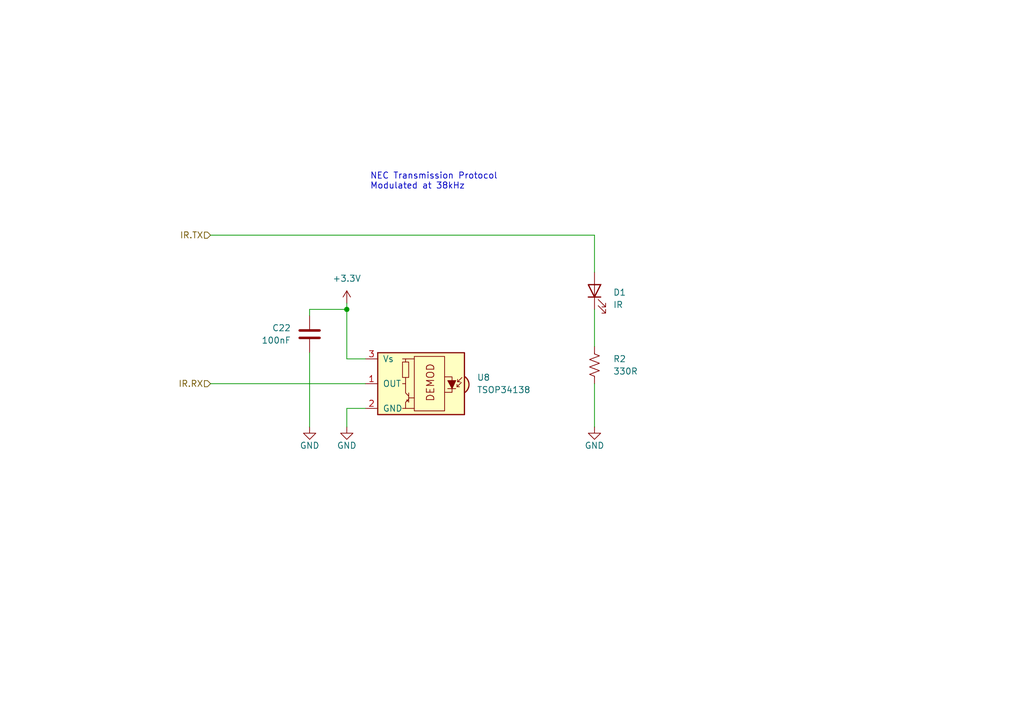
<source format=kicad_sch>
(kicad_sch (version 20250114) (generator "eeschema") (generator_version "9.0")
  (paper "A5")
  (title_block (rev "A") (company "George Sleen"))
  (lib_symbols
    (symbol "Device:C" (pin_numbers (hide yes)) (pin_names (offset 0.254))
      (property "Reference" "C" (at 0.635 2.54 0))
      (property "Value" "C" (at 0.635 -2.54 0))
      (symbol "C_0_1"
        (polyline (pts (xy -2.032 0.762) (xy 2.032 0.762)) (stroke (width 0.508)))
        (polyline (pts (xy -2.032 -0.762) (xy 2.032 -0.762)) (stroke (width 0.508)))
      )
      (symbol "C_1_1"
        (pin passive line (at 0 3.81 270) (length 2.794) (name "~") (number "1"))
        (pin passive line (at 0 -3.81 90) (length 2.794) (name "~") (number "2"))
      )
    )
    (symbol "Device:LED" (pin_numbers (hide yes)) (pin_names (offset 1.016) (hide yes))
      (property "Reference" "D" (at 0 2.54 0))
      (property "Value" "LED" (at 0 -2.54 0))
      (symbol "LED_0_1"
        (polyline (pts (xy -3.048 -0.762) (xy -4.572 -2.286) (xy -3.81 -2.286) (xy -4.572 -2.286) (xy -4.572 -1.524)))
        (polyline (pts (xy -1.778 -0.762) (xy -3.302 -2.286) (xy -2.54 -2.286) (xy -3.302 -2.286) (xy -3.302 -1.524)))
        (polyline (pts (xy -1.27 0) (xy 1.27 0)))
        (polyline (pts (xy -1.27 -1.27) (xy -1.27 1.27)) (stroke (width 0.254)))
        (polyline (pts (xy 1.27 -1.27) (xy 1.27 1.27) (xy -1.27 0) (xy 1.27 -1.27)) (stroke (width 0.254)))
      )
      (symbol "LED_1_1"
        (pin passive line (at -3.81 0 0) (length 2.54) (name "K") (number "1"))
        (pin passive line (at 3.81 0 180) (length 2.54) (name "A") (number "2"))
      )
    )
    (symbol "Device:R_US" (pin_numbers (hide yes)) (pin_names (offset 0))
      (property "Reference" "R" (at 2.54 0 90))
      (property "Value" "R_US" (at -2.54 0 90))
      (symbol "R_US_0_1"
        (polyline (pts (xy 0 2.286) (xy 0 2.54)))
        (polyline (pts (xy 0 2.286) (xy 1.016 1.905) (xy 0 1.524) (xy -1.016 1.143) (xy 0 0.762)))
        (polyline (pts (xy 0 0.762) (xy 1.016 0.381) (xy 0 0) (xy -1.016 -0.381) (xy 0 -0.762)))
        (polyline (pts (xy 0 -0.762) (xy 1.016 -1.143) (xy 0 -1.524) (xy -1.016 -1.905) (xy 0 -2.286)))
        (polyline (pts (xy 0 -2.286) (xy 0 -2.54)))
      )
      (symbol "R_US_1_1"
        (pin passive line (at 0 3.81 270) (length 1.27) (name "~") (number "1"))
        (pin passive line (at 0 -3.81 90) (length 1.27) (name "~") (number "2"))
      )
    )
    (symbol "Interface_Optical:TSOP341xx" (pin_names (offset 1.016))
      (property "Reference" "U" (at -10.16 7.62 0))
      (property "Value" "TSOP341xx" (at -10.16 -7.62 0))
      (symbol "TSOP341xx_0_0"
        (arc (start -10.287 -1.778) (mid -11.0899 -0.1905) (end -10.287 1.397) (stroke (width 0.254)) (fill (type background)))
        (polyline (pts (xy 1.905 5.08) (xy 0.127 5.08)))
        (polyline (pts (xy 1.905 -5.08) (xy 0.127 -5.08)))
        (text "DEMOD" (at -3.175 0.254 900) (effects (font (size 1.524 1.524))))
      )
      (symbol "TSOP341xx_0_1"
        (polyline (pts (xy -8.763 0.381) (xy -9.652 1.27)))
        (polyline (pts (xy -8.763 0.381) (xy -9.271 0.381)))
        (polyline (pts (xy -8.763 0.381) (xy -8.763 0.889)))
        (polyline (pts (xy -8.636 -0.635) (xy -9.525 0.254)))
        (polyline (pts (xy -8.636 -0.635) (xy -9.144 -0.635)))
        (polyline (pts (xy -8.636 -0.635) (xy -8.636 -0.127)))
        (polyline (pts (xy -8.382 0.635) (xy -6.731 0.635) (xy -7.62 -1.016) (xy -8.382 0.635)) (fill (type outline)))
        (polyline (pts (xy -8.382 -1.016) (xy -6.731 -1.016)))
        (rectangle (start -6.096 5.588) (end 0.127 -5.588))
        (polyline (pts (xy -6.096 1.397) (xy -7.62 1.397) (xy -7.62 -1.778) (xy -6.096 -1.778)))
        (polyline (pts (xy 1.27 -1.905) (xy 1.27 -3.81)))
        (polyline (pts (xy 1.27 -2.54) (xy 1.905 -1.905) (xy 1.905 0) (xy 2.54 0)))
        (polyline (pts (xy 1.27 -2.921) (xy 0.127 -2.921)))
        (polyline (pts (xy 1.27 -3.175) (xy 1.905 -3.81) (xy 1.905 -5.08) (xy 2.54 -5.08)))
        (polyline (pts (xy 1.397 -3.556) (xy 1.524 -3.556)))
        (polyline (pts (xy 1.651 -3.556) (xy 1.524 -3.556)))
        (polyline (pts (xy 1.651 -3.556) (xy 1.651 -3.302)))
        (polyline (pts (xy 1.905 4.445) (xy 1.905 5.08) (xy 2.54 5.08)))
        (polyline (pts (xy 1.905 0) (xy 1.905 1.27)))
        (rectangle (start 2.54 1.27) (end 1.27 4.445))
        (rectangle (start 7.62 6.35) (end -10.16 -6.35) (stroke (width 0.254)) (fill (type background)))
      )
      (symbol "TSOP341xx_1_1"
        (pin power_in line (at 10.16 5.08 180) (length 2.54) (name "Vs") (number "3"))
        (pin output line (at 10.16 0 180) (length 2.54) (name "OUT") (number "1"))
        (pin power_in line (at 10.16 -5.08 180) (length 2.54) (name "GND") (number "2"))
      )
    )
    (symbol "power:+3.3V" (power) (pin_numbers (hide yes)) (pin_names (offset 0) (hide yes))
      (property "Value" "+3.3V" (at 0 3.556 0))
      (symbol "+3.3V_0_1"
        (polyline (pts (xy -0.762 1.27) (xy 0 2.54)))
        (polyline (pts (xy 0 2.54) (xy 0.762 1.27)))
        (polyline (pts (xy 0 0) (xy 0 2.54)))
      )
      (symbol "+3.3V_1_1"
        (pin power_in line (at 0 0 90) (length 0) (name "~") (number "1"))
      )
    )
    (symbol "power:GND" (power) (pin_numbers (hide yes)) (pin_names (offset 0) (hide yes))
      (property "Value" "GND" (at 0 -3.81 0))
      (symbol "GND_0_1"
        (polyline (pts (xy 0 0) (xy 0 -1.27) (xy 1.27 -1.27) (xy 0 -2.54) (xy -1.27 -1.27) (xy 0 -1.27)))
      )
      (symbol "GND_1_1"
        (pin power_in line (at 0 0 270) (length 0) (name "~") (number "1"))
      )
    )
  )
  (text_box "NEC Transmission Protocol\nModulated at 38kHz" (at 74.93 34.29 0) (size 35.56 7.62) (margins 0.9525 0.9525 0.9525 0.9525) (stroke (width -0.0001)) (effects (font (size 1.27 1.27)) (justify left top)))
  (junction (at 71.12 63.5))
  (wire (pts (xy 71.12 83.82) (xy 74.93 83.82)))
  (wire (pts (xy 71.12 87.63) (xy 71.12 83.82)))
  (wire (pts (xy 63.5 63.5) (xy 71.12 63.5)))
  (wire (pts (xy 63.5 72.39) (xy 63.5 87.63)))
  (wire (pts (xy 71.12 62.23) (xy 71.12 63.5)))
  (wire (pts (xy 71.12 63.5) (xy 71.12 73.66)))
  (wire (pts (xy 43.18 48.26) (xy 121.92 48.26)))
  (wire (pts (xy 43.18 78.74) (xy 74.93 78.74)))
  (wire (pts (xy 71.12 73.66) (xy 74.93 73.66)))
  (wire (pts (xy 63.5 63.5) (xy 63.5 64.77)))
  (wire (pts (xy 121.92 71.12) (xy 121.92 63.5)))
  (wire (pts (xy 121.92 87.63) (xy 121.92 78.74)))
  (wire (pts (xy 121.92 48.26) (xy 121.92 55.88)))
  (hierarchical_label "IR.RX" (shape input) (at 43.18 78.74 180))
  (hierarchical_label "IR.TX" (shape input) (at 43.18 48.26 180))
  (symbol (lib_id "power:GND") (at 71.12 87.63 0) (unit 1)
    (property "Reference" "#PWR073" (effects (hide yes)))
    (property "Value" "GND" (at 71.12 91.44 0))
    (property "Description" "Power symbol creates a global label with name \"GND\" , ground" (effects (hide yes)))
  )
  (symbol (lib_id "power:+3.3V") (at 71.12 62.23 0) (unit 1)
    (property "Reference" "#PWR071" (effects (hide yes)))
    (property "Value" "+3.3V" (at 71.12 57.15 0))
    (property "Description" "Power symbol creates a global label with name \"+3.3V\"" (effects (hide yes)))
  )
  (symbol (lib_id "Interface_Optical:TSOP341xx") (at 85.09 78.74 0) (mirror y) (unit 1)
    (property "Reference" "U8" (at 97.79 77.4699 0) (effects (justify right)))
    (property "Value" "TSOP34138" (at 97.79 80.0099 0) (effects (justify right)))
    (property "Footprint" "OptoDevice:Vishay_MOLD-3Pin" (effects (hide yes)))
    (property "Datasheet" "https://www.lcsc.com/datasheet/lcsc_datasheet_2410121755_Vishay-Intertech-TSOP34138_C118303.pdf" (effects (hide yes)))
    (property "Description" "IR Receiver Modules for Remote Control Systems" (effects (hide yes)))
    (property "LCSC ID" "C118303" (effects (hide yes)))
  )
  (symbol (lib_id "power:GND") (at 121.92 87.63 0) (unit 1)
    (property "Reference" "#PWR074" (effects (hide yes)))
    (property "Value" "GND" (at 121.92 91.44 0))
    (property "Description" "Power symbol creates a global label with name \"GND\" , ground" (effects (hide yes)))
  )
  (symbol (lib_id "Device:LED") (at 121.92 59.69 90) (unit 1)
    (property "Reference" "D1" (at 125.73 60.0074 90) (effects (justify right)))
    (property "Value" "IR" (at 125.73 62.5474 90) (effects (justify right)))
    (property "Footprint" "LED_THT:LED_SideEmitter_Rectangular_W4.5mm_H1.6mm" (effects (hide yes)))
    (property "Description" "Light emitting diode" (effects (hide yes)))
    (property "Sim.Pins" "1=K 2=A" (effects (hide yes)))
  )
  (symbol (lib_id "power:GND") (at 63.5 87.63 0) (unit 1)
    (property "Reference" "#PWR072" (effects (hide yes)))
    (property "Value" "GND" (at 63.5 91.44 0))
    (property "Description" "Power symbol creates a global label with name \"GND\" , ground" (effects (hide yes)))
  )
  (symbol (lib_id "Device:C") (at 63.5 68.58 0) (mirror y) (unit 1)
    (property "Reference" "C22" (at 59.69 67.3099 0) (effects (justify left)))
    (property "Value" "100nF" (at 59.69 69.8499 0) (effects (justify left)))
    (property "Footprint" "Capacitor_SMD:C_0201_0603Metric" (effects (hide yes)))
    (property "Description" "Unpolarized capacitor" (effects (hide yes)))
  )
  (symbol (lib_id "Device:R_US") (at 121.92 74.93 0) (unit 1)
    (property "Reference" "R2" (at 125.73 73.66 0) (effects (justify left)))
    (property "Value" "330R" (at 125.73 76.2 0) (effects (justify left)))
    (property "Footprint" "Resistor_SMD:R_0201_0603Metric" (effects (hide yes)))
    (property "Description" "Resistor, US symbol" (effects (hide yes)))
  )
)
</source>
